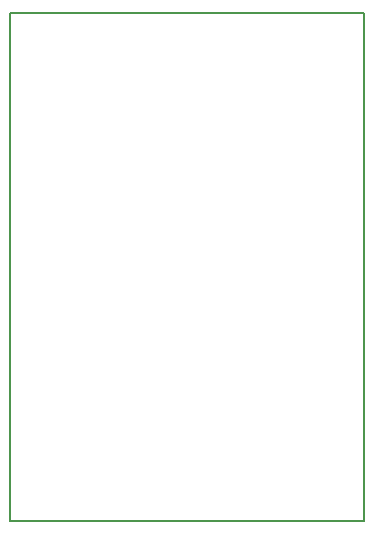
<source format=gbr>
G04 #@! TF.FileFunction,Profile,NP*
%FSLAX46Y46*%
G04 Gerber Fmt 4.6, Leading zero omitted, Abs format (unit mm)*
G04 Created by KiCad (PCBNEW 4.0.7-e2-6376~58~ubuntu16.04.1) date Mon Jun 18 09:51:27 2018*
%MOMM*%
%LPD*%
G01*
G04 APERTURE LIST*
%ADD10C,0.100000*%
%ADD11C,0.150000*%
G04 APERTURE END LIST*
D10*
D11*
X162000000Y-84000000D02*
X132000000Y-84000000D01*
X162000000Y-127000000D02*
X162000000Y-84000000D01*
X132000000Y-127000000D02*
X162000000Y-127000000D01*
X132000000Y-84000000D02*
X132000000Y-127000000D01*
M02*

</source>
